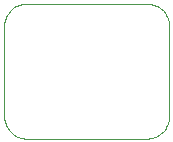
<source format=gko>
G75*
%MOIN*%
%OFA0B0*%
%FSLAX24Y24*%
%IPPOS*%
%LPD*%
%AMOC8*
5,1,8,0,0,1.08239X$1,22.5*
%
%ADD10C,0.0000*%
D10*
X001425Y007425D02*
X005425Y007425D01*
X005479Y007427D01*
X005532Y007433D01*
X005584Y007442D01*
X005636Y007455D01*
X005687Y007472D01*
X005737Y007493D01*
X005784Y007517D01*
X005830Y007544D01*
X005874Y007575D01*
X005916Y007608D01*
X005955Y007645D01*
X005992Y007684D01*
X006025Y007726D01*
X006056Y007770D01*
X006083Y007816D01*
X006107Y007863D01*
X006128Y007913D01*
X006145Y007964D01*
X006158Y008016D01*
X006167Y008068D01*
X006173Y008121D01*
X006175Y008175D01*
X006175Y011175D01*
X006173Y011229D01*
X006167Y011282D01*
X006158Y011334D01*
X006145Y011386D01*
X006128Y011437D01*
X006107Y011487D01*
X006083Y011534D01*
X006056Y011580D01*
X006025Y011624D01*
X005992Y011666D01*
X005955Y011705D01*
X005916Y011742D01*
X005874Y011775D01*
X005830Y011806D01*
X005784Y011833D01*
X005737Y011857D01*
X005687Y011878D01*
X005636Y011895D01*
X005584Y011908D01*
X005532Y011917D01*
X005479Y011923D01*
X005425Y011925D01*
X001425Y011925D01*
X001371Y011923D01*
X001318Y011917D01*
X001266Y011908D01*
X001214Y011895D01*
X001163Y011878D01*
X001113Y011857D01*
X001066Y011833D01*
X001020Y011806D01*
X000976Y011775D01*
X000934Y011742D01*
X000895Y011705D01*
X000858Y011666D01*
X000825Y011624D01*
X000794Y011580D01*
X000767Y011534D01*
X000743Y011487D01*
X000722Y011437D01*
X000705Y011386D01*
X000692Y011334D01*
X000683Y011282D01*
X000677Y011229D01*
X000675Y011175D01*
X000675Y008175D01*
X000677Y008121D01*
X000683Y008068D01*
X000692Y008016D01*
X000705Y007964D01*
X000722Y007913D01*
X000743Y007863D01*
X000767Y007816D01*
X000794Y007770D01*
X000825Y007726D01*
X000858Y007684D01*
X000895Y007645D01*
X000934Y007608D01*
X000976Y007575D01*
X001020Y007544D01*
X001066Y007517D01*
X001113Y007493D01*
X001163Y007472D01*
X001214Y007455D01*
X001266Y007442D01*
X001318Y007433D01*
X001371Y007427D01*
X001425Y007425D01*
M02*

</source>
